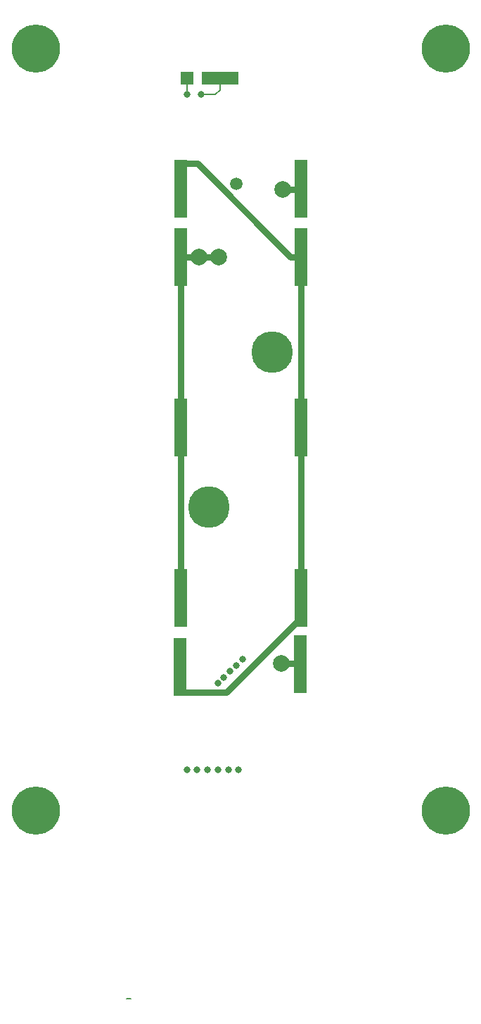
<source format=gtl>
%FSLAX44Y44*%
%MOMM*%
G71*
G01*
G75*
G04 Layer_Physical_Order=1*
G04 Layer_Color=255*
%ADD10R,4.4000X1.5000*%
%ADD11R,1.5000X1.5000*%
%ADD12R,1.5000X7.0000*%
%ADD13C,0.8000*%
%ADD14C,0.2000*%
%ADD15R,1.5900X6.9300*%
%ADD16C,5.8000*%
%ADD17C,5.0000*%
%ADD18C,0.8000*%
%ADD19C,2.0000*%
%ADD20C,1.5000*%
D10*
X465000Y912500D02*
D03*
D11*
X425000D02*
D03*
D12*
X417500Y492500D02*
D03*
Y697500D02*
D03*
Y287500D02*
D03*
X562500Y697500D02*
D03*
Y287500D02*
D03*
Y492500D02*
D03*
D13*
X437700Y810000D02*
X550200Y697500D01*
X418200Y810000D02*
X437700D01*
X550200Y697500D02*
X562500D01*
X417900Y776700D02*
X419700Y774900D01*
X420600Y174300D02*
X473100D01*
X562500Y263700D01*
Y287500D01*
X439500Y697500D02*
X463800D01*
X417500D02*
X439500D01*
X538800Y208800D02*
X562200D01*
X540300Y778500D02*
X563400D01*
X417500Y287500D02*
Y492500D01*
Y697500D01*
X562500Y492500D02*
Y697500D01*
Y287500D02*
Y492500D01*
D14*
X465000Y897900D02*
Y912500D01*
X459600Y892500D02*
X465000Y897900D01*
X442500Y892500D02*
X459600D01*
X425100Y892800D02*
Y912400D01*
X352500Y-194500D02*
X357500D01*
D15*
X562050Y208050D02*
D03*
X562350Y778950D02*
D03*
X417450Y779250D02*
D03*
X417150Y204450D02*
D03*
D16*
X243000Y32000D02*
D03*
X737000D02*
D03*
X243000Y948000D02*
D03*
X737000D02*
D03*
D17*
X528000Y583000D02*
D03*
X452000Y397000D02*
D03*
D18*
X492000Y213500D02*
D03*
X485000Y206250D02*
D03*
X462750Y184750D02*
D03*
X469750Y192000D02*
D03*
X425100Y892800D02*
D03*
X425000Y81000D02*
D03*
X487000D02*
D03*
X437500Y80750D02*
D03*
X450000D02*
D03*
X462500D02*
D03*
X475000D02*
D03*
X477250Y199250D02*
D03*
X442500Y892500D02*
D03*
D19*
X463800Y697500D02*
D03*
X439500D02*
D03*
X538800Y208800D02*
D03*
X540300Y778500D02*
D03*
D20*
X485000Y785000D02*
D03*
M02*

</source>
